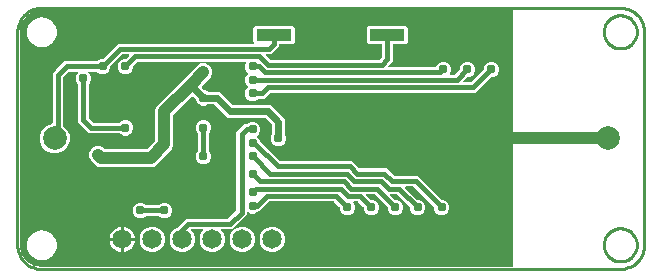
<source format=gbr>
G04 EAGLE Gerber RS-274X export*
G75*
%MOMM*%
%FSLAX34Y34*%
%LPD*%
%INBottom Copper*%
%IPPOS*%
%AMOC8*
5,1,8,0,0,1.08239X$1,22.5*%
G01*
%ADD10C,2.000000*%
%ADD11C,1.650000*%
%ADD12R,3.000000X1.000000*%
%ADD13C,0.787400*%
%ADD14C,0.381000*%
%ADD15C,0.965200*%
%ADD16C,1.016000*%
%ADD17C,0.558800*%
%ADD18C,0.254000*%

G36*
X419165Y1917D02*
X419165Y1917D01*
X419231Y1919D01*
X419274Y1937D01*
X419321Y1945D01*
X419378Y1979D01*
X419438Y2004D01*
X419473Y2035D01*
X419514Y2060D01*
X419556Y2111D01*
X419604Y2155D01*
X419626Y2197D01*
X419655Y2234D01*
X419676Y2296D01*
X419707Y2355D01*
X419715Y2409D01*
X419727Y2446D01*
X419726Y2486D01*
X419734Y2540D01*
X419734Y218440D01*
X419723Y218505D01*
X419721Y218571D01*
X419703Y218614D01*
X419695Y218661D01*
X419661Y218718D01*
X419636Y218778D01*
X419605Y218813D01*
X419580Y218854D01*
X419529Y218896D01*
X419485Y218944D01*
X419443Y218966D01*
X419406Y218995D01*
X419344Y219016D01*
X419285Y219047D01*
X419231Y219055D01*
X419194Y219067D01*
X419154Y219066D01*
X419100Y219074D01*
X20320Y219074D01*
X20298Y219070D01*
X20270Y219072D01*
X17489Y218853D01*
X17449Y218843D01*
X17391Y218838D01*
X14678Y218187D01*
X14640Y218170D01*
X14583Y218156D01*
X12005Y217088D01*
X11971Y217066D01*
X11917Y217043D01*
X9538Y215585D01*
X9507Y215558D01*
X9457Y215527D01*
X9419Y215494D01*
X8677Y214860D01*
X7336Y213715D01*
X7310Y213683D01*
X7265Y213644D01*
X5453Y211523D01*
X5433Y211487D01*
X5395Y211442D01*
X3937Y209063D01*
X3922Y209025D01*
X3892Y208975D01*
X2824Y206397D01*
X2815Y206357D01*
X2794Y206302D01*
X2142Y203589D01*
X2140Y203548D01*
X2127Y203491D01*
X1908Y200710D01*
X1910Y200688D01*
X1906Y200660D01*
X1906Y20320D01*
X1910Y20298D01*
X1908Y20270D01*
X2127Y17489D01*
X2137Y17449D01*
X2142Y17391D01*
X2794Y14678D01*
X2810Y14640D01*
X2824Y14583D01*
X3892Y12005D01*
X3914Y11971D01*
X3937Y11917D01*
X5395Y9538D01*
X5422Y9507D01*
X5453Y9457D01*
X7265Y7336D01*
X7297Y7310D01*
X7336Y7265D01*
X9457Y5453D01*
X9493Y5433D01*
X9538Y5395D01*
X11917Y3937D01*
X11955Y3922D01*
X12005Y3892D01*
X14583Y2824D01*
X14623Y2815D01*
X14678Y2794D01*
X17391Y2142D01*
X17432Y2140D01*
X17489Y2127D01*
X20270Y1908D01*
X20292Y1910D01*
X20320Y1906D01*
X419100Y1906D01*
X419165Y1917D01*
G37*
%LPC*%
G36*
X29255Y97949D02*
X29255Y97949D01*
X24646Y99859D01*
X21119Y103386D01*
X19209Y107995D01*
X19209Y112985D01*
X21119Y117594D01*
X24646Y121121D01*
X29284Y123043D01*
X29341Y123044D01*
X29384Y123062D01*
X29431Y123070D01*
X29488Y123104D01*
X29548Y123129D01*
X29583Y123160D01*
X29624Y123185D01*
X29666Y123236D01*
X29714Y123280D01*
X29736Y123322D01*
X29765Y123359D01*
X29786Y123421D01*
X29817Y123480D01*
X29825Y123534D01*
X29837Y123571D01*
X29837Y123587D01*
X29837Y123588D01*
X29837Y123613D01*
X29844Y123665D01*
X29844Y165672D01*
X32634Y168461D01*
X32634Y168462D01*
X37278Y173106D01*
X37279Y173106D01*
X40068Y175896D01*
X67412Y175896D01*
X67454Y175903D01*
X67496Y175901D01*
X67563Y175923D01*
X67633Y175935D01*
X67670Y175957D01*
X67710Y175970D01*
X67783Y176024D01*
X67826Y176050D01*
X67839Y176066D01*
X67861Y176082D01*
X68721Y176942D01*
X71101Y177928D01*
X72318Y177928D01*
X72360Y177935D01*
X72402Y177933D01*
X72469Y177955D01*
X72539Y177967D01*
X72575Y177989D01*
X72616Y178002D01*
X72688Y178056D01*
X72732Y178082D01*
X72745Y178098D01*
X72766Y178114D01*
X85280Y190628D01*
X199798Y190628D01*
X199886Y190643D01*
X199974Y190653D01*
X199995Y190663D01*
X200019Y190667D01*
X200095Y190713D01*
X200175Y190752D01*
X200192Y190769D01*
X200212Y190782D01*
X200268Y190851D01*
X200329Y190915D01*
X200338Y190937D01*
X200353Y190956D01*
X200382Y191040D01*
X200417Y191122D01*
X200418Y191146D01*
X200425Y191168D01*
X200423Y191257D01*
X200427Y191346D01*
X200419Y191369D01*
X200419Y191393D01*
X200385Y191475D01*
X200358Y191560D01*
X200342Y191581D01*
X200334Y191600D01*
X200300Y191638D01*
X200246Y191710D01*
X199889Y192068D01*
X199889Y204172D01*
X201378Y205661D01*
X233482Y205661D01*
X234971Y204172D01*
X234971Y192068D01*
X233482Y190579D01*
X222510Y190579D01*
X222445Y190568D01*
X222379Y190566D01*
X222336Y190548D01*
X222289Y190540D01*
X222232Y190506D01*
X222172Y190481D01*
X222137Y190450D01*
X222096Y190425D01*
X222054Y190374D01*
X222006Y190330D01*
X221984Y190288D01*
X221955Y190251D01*
X221934Y190189D01*
X221903Y190130D01*
X221895Y190076D01*
X221883Y190039D01*
X221884Y189999D01*
X221876Y189945D01*
X221876Y188918D01*
X214694Y181736D01*
X210982Y181736D01*
X210895Y181720D01*
X210806Y181711D01*
X210785Y181701D01*
X210762Y181697D01*
X210685Y181651D01*
X210605Y181612D01*
X210589Y181595D01*
X210568Y181582D01*
X210512Y181513D01*
X210451Y181449D01*
X210442Y181427D01*
X210427Y181408D01*
X210399Y181324D01*
X210364Y181242D01*
X210363Y181218D01*
X210355Y181196D01*
X210358Y181107D01*
X210354Y181018D01*
X210361Y180995D01*
X210362Y180971D01*
X210395Y180889D01*
X210422Y180804D01*
X210438Y180783D01*
X210446Y180764D01*
X210480Y180726D01*
X210534Y180654D01*
X213836Y177351D01*
X213871Y177327D01*
X213900Y177296D01*
X213962Y177264D01*
X214020Y177223D01*
X214061Y177213D01*
X214099Y177193D01*
X214189Y177180D01*
X214238Y177167D01*
X214258Y177170D01*
X214285Y177166D01*
X306506Y177166D01*
X306548Y177173D01*
X306590Y177171D01*
X306657Y177193D01*
X306727Y177205D01*
X306763Y177227D01*
X306804Y177240D01*
X306876Y177294D01*
X306920Y177320D01*
X306933Y177336D01*
X306954Y177352D01*
X308798Y179196D01*
X308823Y179231D01*
X308854Y179259D01*
X308886Y179322D01*
X308927Y179380D01*
X308937Y179421D01*
X308957Y179459D01*
X308970Y179548D01*
X308983Y179597D01*
X308980Y179618D01*
X308984Y179644D01*
X308984Y189945D01*
X308973Y190010D01*
X308971Y190076D01*
X308953Y190119D01*
X308945Y190166D01*
X308911Y190223D01*
X308886Y190283D01*
X308855Y190318D01*
X308830Y190359D01*
X308779Y190401D01*
X308735Y190449D01*
X308693Y190471D01*
X308656Y190500D01*
X308594Y190521D01*
X308535Y190552D01*
X308481Y190560D01*
X308444Y190572D01*
X308404Y190571D01*
X308350Y190579D01*
X297378Y190579D01*
X295889Y192068D01*
X295889Y204172D01*
X297378Y205661D01*
X329482Y205661D01*
X330971Y204172D01*
X330971Y192068D01*
X329482Y190579D01*
X318510Y190579D01*
X318445Y190568D01*
X318379Y190566D01*
X318336Y190548D01*
X318289Y190540D01*
X318232Y190506D01*
X318172Y190481D01*
X318137Y190450D01*
X318096Y190425D01*
X318054Y190374D01*
X318006Y190330D01*
X317984Y190288D01*
X317955Y190251D01*
X317934Y190189D01*
X317903Y190130D01*
X317895Y190076D01*
X317883Y190039D01*
X317884Y189999D01*
X317876Y189945D01*
X317876Y175698D01*
X314076Y171898D01*
X314025Y171825D01*
X313969Y171756D01*
X313961Y171734D01*
X313948Y171714D01*
X313925Y171628D01*
X313897Y171544D01*
X313898Y171520D01*
X313892Y171497D01*
X313901Y171408D01*
X313903Y171319D01*
X313912Y171297D01*
X313915Y171274D01*
X313954Y171194D01*
X313988Y171112D01*
X314004Y171094D01*
X314014Y171073D01*
X314079Y171012D01*
X314139Y170946D01*
X314160Y170935D01*
X314178Y170919D01*
X314259Y170884D01*
X314339Y170843D01*
X314365Y170840D01*
X314384Y170831D01*
X314435Y170829D01*
X314524Y170816D01*
X354034Y170816D01*
X354087Y170825D01*
X354142Y170825D01*
X354197Y170845D01*
X354255Y170855D01*
X354302Y170883D01*
X354353Y170901D01*
X354397Y170940D01*
X354448Y170970D01*
X354482Y171012D01*
X354524Y171047D01*
X354560Y171108D01*
X354590Y171144D01*
X354599Y171173D01*
X354620Y171207D01*
X355188Y172579D01*
X357011Y174402D01*
X359391Y175388D01*
X361969Y175388D01*
X364349Y174402D01*
X366172Y172579D01*
X367158Y170199D01*
X367158Y167621D01*
X366214Y165343D01*
X366197Y165267D01*
X366173Y165194D01*
X366174Y165158D01*
X366166Y165123D01*
X366177Y165047D01*
X366179Y164969D01*
X366192Y164937D01*
X366197Y164901D01*
X366234Y164833D01*
X366263Y164762D01*
X366287Y164735D01*
X366304Y164704D01*
X366363Y164653D01*
X366415Y164596D01*
X366446Y164580D01*
X366473Y164556D01*
X366545Y164529D01*
X366614Y164493D01*
X366654Y164487D01*
X366683Y164477D01*
X366729Y164476D01*
X366800Y164466D01*
X370006Y164466D01*
X370048Y164473D01*
X370090Y164471D01*
X370157Y164493D01*
X370227Y164505D01*
X370263Y164527D01*
X370304Y164540D01*
X370376Y164594D01*
X370420Y164620D01*
X370433Y164636D01*
X370454Y164652D01*
X374336Y168534D01*
X374361Y168569D01*
X374392Y168597D01*
X374424Y168660D01*
X374465Y168718D01*
X374475Y168759D01*
X374495Y168797D01*
X374508Y168886D01*
X374521Y168935D01*
X374518Y168956D01*
X374522Y168982D01*
X374522Y170199D01*
X375508Y172579D01*
X377331Y174402D01*
X379711Y175388D01*
X382289Y175388D01*
X384669Y174402D01*
X386492Y172579D01*
X387478Y170199D01*
X387478Y167621D01*
X386492Y165241D01*
X384669Y163418D01*
X382289Y162432D01*
X381072Y162432D01*
X381030Y162425D01*
X380988Y162427D01*
X380921Y162405D01*
X380851Y162393D01*
X380815Y162371D01*
X380774Y162358D01*
X380702Y162304D01*
X380658Y162278D01*
X380645Y162262D01*
X380624Y162247D01*
X377576Y159198D01*
X377525Y159125D01*
X377469Y159056D01*
X377461Y159034D01*
X377448Y159014D01*
X377425Y158928D01*
X377397Y158844D01*
X377398Y158820D01*
X377392Y158797D01*
X377401Y158708D01*
X377403Y158619D01*
X377412Y158597D01*
X377415Y158574D01*
X377454Y158494D01*
X377488Y158412D01*
X377504Y158394D01*
X377514Y158373D01*
X377579Y158312D01*
X377639Y158246D01*
X377660Y158235D01*
X377678Y158219D01*
X377759Y158184D01*
X377839Y158143D01*
X377865Y158140D01*
X377884Y158131D01*
X377935Y158129D01*
X378024Y158116D01*
X383976Y158116D01*
X384018Y158123D01*
X384060Y158121D01*
X384127Y158143D01*
X384197Y158155D01*
X384233Y158177D01*
X384274Y158190D01*
X384346Y158244D01*
X384390Y158270D01*
X384403Y158286D01*
X384424Y158302D01*
X394656Y168534D01*
X394681Y168568D01*
X394712Y168597D01*
X394744Y168660D01*
X394785Y168718D01*
X394795Y168759D01*
X394815Y168797D01*
X394828Y168886D01*
X394841Y168935D01*
X394838Y168956D01*
X394842Y168982D01*
X394842Y170199D01*
X395828Y172579D01*
X397651Y174402D01*
X400031Y175388D01*
X402609Y175388D01*
X404989Y174402D01*
X406812Y172579D01*
X407798Y170199D01*
X407798Y167621D01*
X406812Y165241D01*
X404989Y163418D01*
X402609Y162432D01*
X401392Y162432D01*
X401350Y162425D01*
X401308Y162427D01*
X401241Y162405D01*
X401171Y162393D01*
X401135Y162371D01*
X401094Y162358D01*
X401022Y162304D01*
X400978Y162278D01*
X400965Y162262D01*
X400944Y162246D01*
X390712Y152014D01*
X387922Y149224D01*
X214194Y149224D01*
X214152Y149217D01*
X214110Y149219D01*
X214043Y149197D01*
X213973Y149185D01*
X213937Y149163D01*
X213896Y149150D01*
X213824Y149096D01*
X213780Y149070D01*
X213767Y149054D01*
X213746Y149038D01*
X208852Y144144D01*
X204368Y144144D01*
X204326Y144137D01*
X204284Y144139D01*
X204217Y144117D01*
X204147Y144105D01*
X204111Y144083D01*
X204070Y144070D01*
X203997Y144016D01*
X203954Y143990D01*
X203941Y143974D01*
X203919Y143958D01*
X203059Y143098D01*
X200679Y142112D01*
X198101Y142112D01*
X195721Y143098D01*
X193898Y144921D01*
X192912Y147301D01*
X192912Y149879D01*
X193898Y152259D01*
X195496Y153857D01*
X195533Y153911D01*
X195578Y153958D01*
X195597Y154002D01*
X195624Y154041D01*
X195640Y154104D01*
X195666Y154165D01*
X195668Y154212D01*
X195680Y154258D01*
X195673Y154323D01*
X195676Y154389D01*
X195661Y154434D01*
X195656Y154481D01*
X195627Y154540D01*
X195607Y154603D01*
X195574Y154647D01*
X195557Y154682D01*
X195528Y154709D01*
X195496Y154754D01*
X193898Y156351D01*
X192912Y158731D01*
X192912Y161309D01*
X193898Y163689D01*
X195496Y165286D01*
X195533Y165341D01*
X195578Y165388D01*
X195597Y165432D01*
X195624Y165471D01*
X195640Y165534D01*
X195666Y165595D01*
X195668Y165642D01*
X195680Y165688D01*
X195673Y165753D01*
X195676Y165819D01*
X195661Y165864D01*
X195656Y165911D01*
X195627Y165970D01*
X195607Y166033D01*
X195574Y166077D01*
X195557Y166112D01*
X195528Y166139D01*
X195496Y166183D01*
X193898Y167781D01*
X192912Y170161D01*
X192912Y172739D01*
X193646Y174509D01*
X193662Y174585D01*
X193687Y174658D01*
X193686Y174694D01*
X193694Y174728D01*
X193683Y174805D01*
X193680Y174883D01*
X193667Y174915D01*
X193662Y174951D01*
X193625Y175019D01*
X193596Y175090D01*
X193572Y175117D01*
X193555Y175148D01*
X193497Y175199D01*
X193445Y175256D01*
X193413Y175272D01*
X193386Y175296D01*
X193314Y175323D01*
X193245Y175359D01*
X193205Y175365D01*
X193177Y175375D01*
X193130Y175376D01*
X193060Y175386D01*
X101926Y175386D01*
X101884Y175379D01*
X101842Y175381D01*
X101775Y175359D01*
X101705Y175347D01*
X101669Y175325D01*
X101628Y175312D01*
X101556Y175258D01*
X101512Y175232D01*
X101499Y175216D01*
X101478Y175200D01*
X98104Y171826D01*
X98079Y171791D01*
X98048Y171763D01*
X98016Y171700D01*
X97975Y171642D01*
X97965Y171601D01*
X97945Y171563D01*
X97932Y171473D01*
X97919Y171425D01*
X97922Y171404D01*
X97918Y171378D01*
X97918Y170161D01*
X96932Y167781D01*
X95109Y165958D01*
X92729Y164972D01*
X90151Y164972D01*
X87771Y165958D01*
X85948Y167781D01*
X84962Y170161D01*
X84962Y172739D01*
X85948Y175119D01*
X87771Y176942D01*
X90151Y177928D01*
X91368Y177928D01*
X91410Y177935D01*
X91452Y177933D01*
X91519Y177955D01*
X91589Y177967D01*
X91625Y177989D01*
X91666Y178002D01*
X91738Y178056D01*
X91782Y178082D01*
X91795Y178098D01*
X91816Y178113D01*
X94356Y180654D01*
X94407Y180727D01*
X94463Y180796D01*
X94471Y180818D01*
X94484Y180838D01*
X94507Y180924D01*
X94535Y181008D01*
X94534Y181032D01*
X94540Y181055D01*
X94531Y181144D01*
X94529Y181233D01*
X94520Y181255D01*
X94517Y181278D01*
X94478Y181358D01*
X94444Y181440D01*
X94428Y181458D01*
X94418Y181479D01*
X94353Y181540D01*
X94293Y181606D01*
X94272Y181617D01*
X94254Y181633D01*
X94173Y181668D01*
X94093Y181709D01*
X94067Y181712D01*
X94048Y181721D01*
X93997Y181723D01*
X93908Y181736D01*
X89226Y181736D01*
X89184Y181729D01*
X89142Y181731D01*
X89075Y181709D01*
X89005Y181697D01*
X88969Y181675D01*
X88928Y181662D01*
X88856Y181608D01*
X88812Y181582D01*
X88799Y181566D01*
X88778Y181550D01*
X79054Y171826D01*
X79029Y171791D01*
X78998Y171763D01*
X78966Y171700D01*
X78925Y171642D01*
X78915Y171601D01*
X78895Y171563D01*
X78882Y171473D01*
X78869Y171425D01*
X78872Y171404D01*
X78868Y171378D01*
X78868Y170161D01*
X77882Y167781D01*
X76059Y165958D01*
X73679Y164972D01*
X71101Y164972D01*
X68721Y165958D01*
X67861Y166818D01*
X67826Y166843D01*
X67797Y166874D01*
X67734Y166906D01*
X67676Y166947D01*
X67635Y166957D01*
X67598Y166977D01*
X67508Y166990D01*
X67459Y167003D01*
X67438Y167000D01*
X67412Y167004D01*
X60858Y167004D01*
X60770Y166989D01*
X60682Y166979D01*
X60660Y166969D01*
X60637Y166965D01*
X60560Y166919D01*
X60481Y166880D01*
X60464Y166863D01*
X60444Y166850D01*
X60388Y166781D01*
X60327Y166717D01*
X60317Y166695D01*
X60302Y166676D01*
X60274Y166592D01*
X60239Y166510D01*
X60238Y166486D01*
X60231Y166464D01*
X60233Y166375D01*
X60229Y166286D01*
X60236Y166263D01*
X60237Y166239D01*
X60271Y166157D01*
X60298Y166072D01*
X60314Y166051D01*
X60321Y166032D01*
X60355Y165994D01*
X60409Y165922D01*
X61372Y164959D01*
X62358Y162579D01*
X62358Y160001D01*
X61372Y157621D01*
X60512Y156761D01*
X60487Y156726D01*
X60456Y156697D01*
X60424Y156634D01*
X60383Y156576D01*
X60373Y156535D01*
X60353Y156497D01*
X60340Y156408D01*
X60327Y156359D01*
X60330Y156338D01*
X60326Y156312D01*
X60326Y127834D01*
X60333Y127792D01*
X60331Y127750D01*
X60353Y127683D01*
X60365Y127613D01*
X60387Y127577D01*
X60400Y127536D01*
X60454Y127464D01*
X60480Y127420D01*
X60496Y127407D01*
X60512Y127386D01*
X63886Y124012D01*
X63921Y123987D01*
X63949Y123956D01*
X64012Y123924D01*
X64070Y123883D01*
X64111Y123873D01*
X64149Y123853D01*
X64238Y123840D01*
X64287Y123827D01*
X64308Y123830D01*
X64334Y123826D01*
X86462Y123826D01*
X86504Y123833D01*
X86546Y123831D01*
X86613Y123853D01*
X86683Y123865D01*
X86719Y123887D01*
X86760Y123900D01*
X86833Y123954D01*
X86876Y123980D01*
X86889Y123996D01*
X86911Y124012D01*
X87771Y124872D01*
X90151Y125858D01*
X92729Y125858D01*
X95109Y124872D01*
X96932Y123049D01*
X97918Y120669D01*
X97918Y118091D01*
X96932Y115711D01*
X95109Y113888D01*
X92729Y112902D01*
X90151Y112902D01*
X87771Y113888D01*
X86911Y114748D01*
X86876Y114773D01*
X86847Y114804D01*
X86784Y114836D01*
X86726Y114877D01*
X86685Y114887D01*
X86647Y114907D01*
X86558Y114920D01*
X86509Y114933D01*
X86488Y114930D01*
X86462Y114934D01*
X60388Y114934D01*
X51434Y123888D01*
X51434Y156312D01*
X51427Y156354D01*
X51429Y156396D01*
X51407Y156463D01*
X51395Y156533D01*
X51373Y156569D01*
X51360Y156610D01*
X51306Y156683D01*
X51280Y156726D01*
X51264Y156739D01*
X51248Y156761D01*
X50388Y157621D01*
X49402Y160001D01*
X49402Y162579D01*
X50388Y164959D01*
X51351Y165922D01*
X51402Y165995D01*
X51458Y166064D01*
X51465Y166086D01*
X51479Y166106D01*
X51501Y166192D01*
X51529Y166276D01*
X51529Y166300D01*
X51535Y166323D01*
X51525Y166412D01*
X51523Y166501D01*
X51514Y166523D01*
X51511Y166546D01*
X51472Y166626D01*
X51439Y166708D01*
X51423Y166726D01*
X51412Y166747D01*
X51347Y166808D01*
X51287Y166874D01*
X51266Y166885D01*
X51249Y166901D01*
X51167Y166936D01*
X51088Y166977D01*
X51061Y166980D01*
X51042Y166989D01*
X50992Y166991D01*
X50902Y167004D01*
X44014Y167004D01*
X43972Y166997D01*
X43930Y166999D01*
X43863Y166977D01*
X43793Y166965D01*
X43757Y166943D01*
X43716Y166930D01*
X43644Y166876D01*
X43600Y166850D01*
X43587Y166834D01*
X43566Y166818D01*
X38922Y162174D01*
X38897Y162140D01*
X38866Y162111D01*
X38841Y162062D01*
X38826Y162043D01*
X38821Y162030D01*
X38793Y161990D01*
X38783Y161949D01*
X38763Y161911D01*
X38750Y161822D01*
X38737Y161773D01*
X38740Y161752D01*
X38736Y161726D01*
X38736Y121502D01*
X38743Y121460D01*
X38741Y121418D01*
X38763Y121351D01*
X38775Y121281D01*
X38797Y121245D01*
X38810Y121204D01*
X38864Y121132D01*
X38890Y121088D01*
X38906Y121075D01*
X38922Y121054D01*
X42382Y117594D01*
X44291Y112985D01*
X44291Y107995D01*
X42381Y103386D01*
X38854Y99859D01*
X34245Y97949D01*
X29255Y97949D01*
G37*
%LPD*%
%LPC*%
G36*
X137554Y14101D02*
X137554Y14101D01*
X133587Y15744D01*
X130552Y18779D01*
X128909Y22746D01*
X128909Y27038D01*
X130552Y31005D01*
X133587Y34040D01*
X134914Y34589D01*
X134940Y34606D01*
X134969Y34615D01*
X135064Y34686D01*
X135103Y34710D01*
X135109Y34719D01*
X135120Y34727D01*
X142938Y42546D01*
X178236Y42546D01*
X178278Y42553D01*
X178320Y42551D01*
X178387Y42573D01*
X178457Y42585D01*
X178493Y42607D01*
X178534Y42620D01*
X178606Y42674D01*
X178650Y42700D01*
X178663Y42716D01*
X178684Y42732D01*
X185261Y49309D01*
X185286Y49344D01*
X185317Y49372D01*
X185349Y49435D01*
X185390Y49493D01*
X185400Y49534D01*
X185420Y49572D01*
X185433Y49661D01*
X185446Y49710D01*
X185443Y49731D01*
X185447Y49757D01*
X185447Y115739D01*
X188237Y118529D01*
X189474Y119766D01*
X192264Y122556D01*
X194412Y122556D01*
X194454Y122563D01*
X194496Y122561D01*
X194563Y122583D01*
X194633Y122595D01*
X194669Y122617D01*
X194710Y122630D01*
X194783Y122684D01*
X194826Y122710D01*
X194839Y122726D01*
X194861Y122742D01*
X195721Y123602D01*
X198101Y124588D01*
X200679Y124588D01*
X203059Y123602D01*
X204882Y121779D01*
X205868Y119399D01*
X205868Y116821D01*
X204882Y114441D01*
X203284Y112843D01*
X203247Y112789D01*
X203202Y112742D01*
X203183Y112698D01*
X203156Y112659D01*
X203140Y112596D01*
X203114Y112535D01*
X203112Y112488D01*
X203100Y112442D01*
X203107Y112377D01*
X203104Y112311D01*
X203119Y112266D01*
X203124Y112219D01*
X203153Y112160D01*
X203173Y112097D01*
X203206Y112053D01*
X203223Y112018D01*
X203252Y111991D01*
X203284Y111946D01*
X204882Y110349D01*
X205874Y107953D01*
X205873Y107938D01*
X205895Y107871D01*
X205907Y107801D01*
X205929Y107765D01*
X205942Y107724D01*
X205996Y107652D01*
X206022Y107608D01*
X206038Y107595D01*
X206054Y107574D01*
X222029Y91599D01*
X222064Y91574D01*
X222092Y91543D01*
X222155Y91511D01*
X222213Y91470D01*
X222254Y91460D01*
X222292Y91440D01*
X222381Y91427D01*
X222430Y91414D01*
X222451Y91417D01*
X222477Y91413D01*
X283536Y91413D01*
X289700Y85249D01*
X289735Y85224D01*
X289763Y85193D01*
X289826Y85161D01*
X289884Y85120D01*
X289925Y85110D01*
X289963Y85090D01*
X290053Y85077D01*
X290101Y85064D01*
X290122Y85067D01*
X290148Y85063D01*
X312655Y85063D01*
X318820Y78899D01*
X318854Y78874D01*
X318883Y78843D01*
X318946Y78811D01*
X319004Y78770D01*
X319045Y78760D01*
X319083Y78740D01*
X319172Y78727D01*
X319221Y78714D01*
X319242Y78717D01*
X319268Y78713D01*
X339055Y78713D01*
X359034Y58734D01*
X359068Y58709D01*
X359097Y58678D01*
X359160Y58646D01*
X359218Y58605D01*
X359259Y58595D01*
X359297Y58575D01*
X359386Y58562D01*
X359435Y58549D01*
X359456Y58552D01*
X359482Y58548D01*
X360699Y58548D01*
X363079Y57562D01*
X364902Y55739D01*
X365888Y53359D01*
X365888Y50781D01*
X364902Y48401D01*
X363079Y46578D01*
X360699Y45592D01*
X358121Y45592D01*
X355741Y46578D01*
X353918Y48401D01*
X352932Y50781D01*
X352932Y51998D01*
X352925Y52040D01*
X352927Y52082D01*
X352905Y52149D01*
X352893Y52219D01*
X352871Y52255D01*
X352858Y52296D01*
X352824Y52341D01*
X352821Y52350D01*
X352806Y52367D01*
X352804Y52368D01*
X352778Y52412D01*
X352762Y52425D01*
X352746Y52446D01*
X335557Y69635D01*
X335522Y69660D01*
X335494Y69691D01*
X335431Y69723D01*
X335373Y69764D01*
X335332Y69774D01*
X335294Y69794D01*
X335205Y69807D01*
X335156Y69820D01*
X335135Y69817D01*
X335109Y69821D01*
X329157Y69821D01*
X329069Y69805D01*
X328981Y69796D01*
X328960Y69786D01*
X328936Y69782D01*
X328860Y69736D01*
X328780Y69697D01*
X328764Y69680D01*
X328743Y69667D01*
X328687Y69598D01*
X328626Y69534D01*
X328617Y69512D01*
X328602Y69493D01*
X328573Y69409D01*
X328539Y69327D01*
X328537Y69303D01*
X328530Y69281D01*
X328532Y69192D01*
X328529Y69103D01*
X328536Y69080D01*
X328536Y69056D01*
X328570Y68974D01*
X328597Y68889D01*
X328613Y68868D01*
X328621Y68849D01*
X328655Y68811D01*
X328709Y68739D01*
X338714Y58734D01*
X338749Y58709D01*
X338777Y58678D01*
X338840Y58646D01*
X338898Y58605D01*
X338939Y58595D01*
X338977Y58575D01*
X339066Y58562D01*
X339115Y58549D01*
X339136Y58552D01*
X339162Y58548D01*
X340379Y58548D01*
X342759Y57562D01*
X344582Y55739D01*
X345568Y53359D01*
X345568Y50781D01*
X344582Y48401D01*
X342759Y46578D01*
X340379Y45592D01*
X337801Y45592D01*
X335421Y46578D01*
X333598Y48401D01*
X332612Y50781D01*
X332612Y51998D01*
X332605Y52040D01*
X332607Y52082D01*
X332585Y52149D01*
X332573Y52219D01*
X332551Y52255D01*
X332538Y52296D01*
X332504Y52341D01*
X332501Y52350D01*
X332485Y52367D01*
X332484Y52368D01*
X332458Y52412D01*
X332442Y52425D01*
X332426Y52446D01*
X321587Y63285D01*
X321552Y63310D01*
X321524Y63341D01*
X321461Y63373D01*
X321403Y63414D01*
X321362Y63424D01*
X321324Y63444D01*
X321235Y63457D01*
X321186Y63470D01*
X321165Y63467D01*
X321139Y63471D01*
X316457Y63471D01*
X316369Y63455D01*
X316281Y63446D01*
X316260Y63436D01*
X316236Y63432D01*
X316160Y63386D01*
X316080Y63347D01*
X316064Y63330D01*
X316043Y63317D01*
X315987Y63248D01*
X315926Y63184D01*
X315917Y63162D01*
X315902Y63143D01*
X315873Y63059D01*
X315839Y62977D01*
X315837Y62953D01*
X315830Y62931D01*
X315832Y62842D01*
X315829Y62753D01*
X315836Y62730D01*
X315836Y62706D01*
X315870Y62624D01*
X315897Y62539D01*
X315913Y62518D01*
X315921Y62499D01*
X315955Y62461D01*
X316009Y62389D01*
X319664Y58733D01*
X319699Y58709D01*
X319727Y58678D01*
X319790Y58646D01*
X319848Y58605D01*
X319889Y58595D01*
X319927Y58575D01*
X320016Y58562D01*
X320065Y58549D01*
X320086Y58552D01*
X320112Y58548D01*
X321329Y58548D01*
X323709Y57562D01*
X325532Y55739D01*
X326518Y53359D01*
X326518Y50781D01*
X325532Y48401D01*
X323709Y46578D01*
X321329Y45592D01*
X318751Y45592D01*
X316371Y46578D01*
X314548Y48401D01*
X313562Y50781D01*
X313562Y51998D01*
X313555Y52040D01*
X313557Y52082D01*
X313535Y52149D01*
X313523Y52219D01*
X313501Y52255D01*
X313488Y52296D01*
X313454Y52341D01*
X313451Y52350D01*
X313435Y52367D01*
X313434Y52368D01*
X313408Y52412D01*
X313392Y52425D01*
X313376Y52446D01*
X302537Y63285D01*
X302503Y63310D01*
X302474Y63341D01*
X302411Y63373D01*
X302353Y63414D01*
X302312Y63424D01*
X302274Y63444D01*
X302185Y63457D01*
X302136Y63470D01*
X302115Y63467D01*
X302089Y63471D01*
X296137Y63471D01*
X296049Y63455D01*
X295961Y63446D01*
X295940Y63436D01*
X295916Y63432D01*
X295840Y63386D01*
X295760Y63347D01*
X295744Y63330D01*
X295723Y63317D01*
X295667Y63248D01*
X295606Y63184D01*
X295597Y63162D01*
X295582Y63143D01*
X295553Y63059D01*
X295519Y62977D01*
X295517Y62953D01*
X295510Y62931D01*
X295512Y62842D01*
X295509Y62753D01*
X295516Y62730D01*
X295516Y62706D01*
X295550Y62624D01*
X295577Y62539D01*
X295593Y62518D01*
X295601Y62499D01*
X295635Y62461D01*
X295689Y62389D01*
X299344Y58733D01*
X299379Y58709D01*
X299407Y58678D01*
X299470Y58646D01*
X299528Y58605D01*
X299569Y58595D01*
X299607Y58575D01*
X299696Y58562D01*
X299745Y58549D01*
X299766Y58552D01*
X299792Y58548D01*
X301009Y58548D01*
X303389Y57562D01*
X305212Y55739D01*
X306198Y53359D01*
X306198Y50781D01*
X305212Y48401D01*
X303389Y46578D01*
X301009Y45592D01*
X298431Y45592D01*
X296051Y46578D01*
X294228Y48401D01*
X293242Y50781D01*
X293242Y51998D01*
X293235Y52040D01*
X293237Y52082D01*
X293215Y52149D01*
X293203Y52219D01*
X293181Y52255D01*
X293168Y52296D01*
X293134Y52341D01*
X293131Y52350D01*
X293115Y52367D01*
X293114Y52368D01*
X293088Y52412D01*
X293072Y52425D01*
X293056Y52446D01*
X288567Y56935D01*
X288541Y56954D01*
X288540Y56955D01*
X288537Y56957D01*
X288532Y56960D01*
X288504Y56991D01*
X288441Y57023D01*
X288383Y57064D01*
X288342Y57074D01*
X288304Y57094D01*
X288215Y57107D01*
X288166Y57120D01*
X288145Y57117D01*
X288119Y57121D01*
X285041Y57121D01*
X284953Y57106D01*
X284865Y57096D01*
X284843Y57086D01*
X284820Y57082D01*
X284743Y57036D01*
X284664Y56997D01*
X284647Y56980D01*
X284627Y56967D01*
X284571Y56898D01*
X284510Y56834D01*
X284500Y56812D01*
X284485Y56793D01*
X284457Y56709D01*
X284422Y56627D01*
X284421Y56603D01*
X284414Y56581D01*
X284416Y56492D01*
X284412Y56403D01*
X284419Y56380D01*
X284420Y56356D01*
X284454Y56274D01*
X284481Y56189D01*
X284497Y56168D01*
X284504Y56149D01*
X284538Y56111D01*
X284592Y56039D01*
X284892Y55739D01*
X285878Y53359D01*
X285878Y50781D01*
X284892Y48401D01*
X283069Y46578D01*
X280689Y45592D01*
X278111Y45592D01*
X275731Y46578D01*
X273908Y48401D01*
X272922Y50781D01*
X272922Y51998D01*
X272915Y52040D01*
X272917Y52082D01*
X272895Y52149D01*
X272883Y52219D01*
X272861Y52255D01*
X272848Y52296D01*
X272814Y52341D01*
X272811Y52350D01*
X272795Y52367D01*
X272794Y52368D01*
X272768Y52412D01*
X272752Y52425D01*
X272736Y52446D01*
X268247Y56935D01*
X268221Y56954D01*
X268220Y56955D01*
X268217Y56957D01*
X268212Y56960D01*
X268184Y56991D01*
X268121Y57023D01*
X268063Y57064D01*
X268022Y57074D01*
X267984Y57094D01*
X267895Y57107D01*
X267846Y57120D01*
X267825Y57117D01*
X267799Y57121D01*
X213531Y57121D01*
X213489Y57114D01*
X213447Y57116D01*
X213380Y57094D01*
X213310Y57082D01*
X213274Y57060D01*
X213233Y57047D01*
X213161Y56993D01*
X213117Y56967D01*
X213104Y56951D01*
X213083Y56935D01*
X205042Y48894D01*
X204368Y48894D01*
X204326Y48887D01*
X204284Y48889D01*
X204217Y48867D01*
X204147Y48855D01*
X204111Y48833D01*
X204070Y48820D01*
X203997Y48766D01*
X203954Y48740D01*
X203941Y48724D01*
X203919Y48708D01*
X203059Y47848D01*
X200679Y46862D01*
X198101Y46862D01*
X195721Y47848D01*
X195421Y48148D01*
X195348Y48199D01*
X195279Y48255D01*
X195257Y48262D01*
X195237Y48276D01*
X195151Y48298D01*
X195067Y48326D01*
X195043Y48326D01*
X195020Y48332D01*
X194931Y48322D01*
X194842Y48320D01*
X194821Y48311D01*
X194797Y48308D01*
X194717Y48269D01*
X194635Y48236D01*
X194617Y48220D01*
X194596Y48209D01*
X194535Y48144D01*
X194469Y48084D01*
X194458Y48063D01*
X194442Y48046D01*
X194407Y47964D01*
X194366Y47885D01*
X194363Y47858D01*
X194354Y47839D01*
X194352Y47789D01*
X194339Y47699D01*
X194339Y45811D01*
X182182Y33654D01*
X173129Y33654D01*
X173042Y33638D01*
X172953Y33629D01*
X172932Y33619D01*
X172908Y33615D01*
X172832Y33569D01*
X172752Y33530D01*
X172736Y33513D01*
X172715Y33500D01*
X172659Y33431D01*
X172598Y33367D01*
X172589Y33345D01*
X172574Y33326D01*
X172545Y33242D01*
X172511Y33160D01*
X172510Y33136D01*
X172502Y33114D01*
X172505Y33025D01*
X172501Y32936D01*
X172508Y32913D01*
X172509Y32889D01*
X172542Y32807D01*
X172569Y32722D01*
X172585Y32701D01*
X172593Y32682D01*
X172627Y32644D01*
X172681Y32572D01*
X174248Y31004D01*
X175891Y27038D01*
X175891Y22746D01*
X174248Y18779D01*
X171213Y15744D01*
X167246Y14101D01*
X162954Y14101D01*
X158987Y15744D01*
X155952Y18779D01*
X154309Y22746D01*
X154309Y27038D01*
X155952Y31004D01*
X157519Y32572D01*
X157570Y32645D01*
X157626Y32714D01*
X157634Y32736D01*
X157647Y32756D01*
X157669Y32842D01*
X157698Y32926D01*
X157697Y32950D01*
X157703Y32973D01*
X157694Y33062D01*
X157691Y33151D01*
X157682Y33173D01*
X157680Y33196D01*
X157640Y33276D01*
X157607Y33358D01*
X157591Y33376D01*
X157581Y33397D01*
X157516Y33458D01*
X157456Y33524D01*
X157434Y33535D01*
X157417Y33551D01*
X157335Y33586D01*
X157256Y33627D01*
X157230Y33630D01*
X157211Y33639D01*
X157160Y33641D01*
X157071Y33654D01*
X147729Y33654D01*
X147642Y33638D01*
X147553Y33629D01*
X147532Y33619D01*
X147508Y33615D01*
X147432Y33569D01*
X147352Y33530D01*
X147336Y33513D01*
X147315Y33500D01*
X147259Y33431D01*
X147198Y33367D01*
X147189Y33345D01*
X147174Y33326D01*
X147145Y33242D01*
X147111Y33160D01*
X147110Y33136D01*
X147102Y33114D01*
X147105Y33025D01*
X147101Y32936D01*
X147108Y32913D01*
X147109Y32889D01*
X147142Y32807D01*
X147169Y32722D01*
X147185Y32701D01*
X147193Y32682D01*
X147227Y32644D01*
X147281Y32572D01*
X148848Y31004D01*
X150491Y27038D01*
X150491Y22746D01*
X148848Y18779D01*
X145813Y15744D01*
X141846Y14101D01*
X137554Y14101D01*
G37*
%LPD*%
%LPC*%
G36*
X69604Y86359D02*
X69604Y86359D01*
X66803Y87519D01*
X62119Y92203D01*
X60959Y95004D01*
X60959Y98036D01*
X62119Y100837D01*
X64263Y102981D01*
X67064Y104141D01*
X70096Y104141D01*
X72897Y102981D01*
X74091Y101787D01*
X74126Y101762D01*
X74154Y101731D01*
X74217Y101699D01*
X74275Y101658D01*
X74316Y101648D01*
X74354Y101628D01*
X74444Y101615D01*
X74492Y101602D01*
X74513Y101605D01*
X74539Y101601D01*
X109611Y101601D01*
X109652Y101608D01*
X109695Y101606D01*
X109762Y101628D01*
X109832Y101640D01*
X109868Y101662D01*
X109908Y101675D01*
X109981Y101729D01*
X110025Y101755D01*
X110038Y101771D01*
X110059Y101787D01*
X116653Y108381D01*
X116678Y108416D01*
X116709Y108444D01*
X116741Y108507D01*
X116782Y108565D01*
X116792Y108606D01*
X116812Y108644D01*
X116825Y108734D01*
X116838Y108782D01*
X116835Y108803D01*
X116839Y108829D01*
X116839Y134866D01*
X117999Y137667D01*
X120232Y139900D01*
X140135Y159803D01*
X153163Y172831D01*
X155964Y173991D01*
X158996Y173991D01*
X161797Y172831D01*
X163941Y170687D01*
X165101Y167886D01*
X165101Y164854D01*
X163941Y162053D01*
X156294Y154407D01*
X156257Y154353D01*
X156212Y154305D01*
X156193Y154262D01*
X156166Y154223D01*
X156150Y154159D01*
X156124Y154098D01*
X156122Y154051D01*
X156110Y154006D01*
X156117Y153940D01*
X156114Y153874D01*
X156129Y153829D01*
X156134Y153782D01*
X156163Y153723D01*
X156183Y153661D01*
X156216Y153617D01*
X156233Y153581D01*
X156262Y153554D01*
X156294Y153510D01*
X158361Y151443D01*
X158396Y151419D01*
X158424Y151388D01*
X158487Y151356D01*
X158545Y151315D01*
X158586Y151305D01*
X158624Y151285D01*
X158714Y151272D01*
X158762Y151259D01*
X158764Y151260D01*
X161166Y150265D01*
X161184Y150245D01*
X161247Y150213D01*
X161305Y150172D01*
X161346Y150162D01*
X161384Y150142D01*
X161473Y150129D01*
X161522Y150116D01*
X161543Y150119D01*
X161569Y150115D01*
X171120Y150115D01*
X182364Y138871D01*
X182399Y138846D01*
X182427Y138815D01*
X182490Y138783D01*
X182548Y138742D01*
X182589Y138732D01*
X182627Y138712D01*
X182717Y138699D01*
X182765Y138686D01*
X182786Y138689D01*
X182812Y138685D01*
X214300Y138685D01*
X226315Y126670D01*
X226315Y114579D01*
X226322Y114537D01*
X226320Y114494D01*
X226342Y114427D01*
X226354Y114358D01*
X226376Y114321D01*
X226389Y114281D01*
X226443Y114208D01*
X226469Y114165D01*
X226470Y114164D01*
X227458Y111779D01*
X227458Y109201D01*
X226472Y106821D01*
X224649Y104998D01*
X222269Y104012D01*
X219691Y104012D01*
X217311Y104998D01*
X215488Y106821D01*
X214502Y109201D01*
X214502Y111779D01*
X215495Y114176D01*
X215515Y114194D01*
X215547Y114257D01*
X215588Y114314D01*
X215598Y114356D01*
X215618Y114393D01*
X215631Y114483D01*
X215644Y114532D01*
X215641Y114553D01*
X215645Y114579D01*
X215645Y121988D01*
X215638Y122029D01*
X215640Y122072D01*
X215618Y122139D01*
X215606Y122208D01*
X215584Y122245D01*
X215571Y122285D01*
X215517Y122358D01*
X215491Y122402D01*
X215475Y122415D01*
X215459Y122436D01*
X210066Y127829D01*
X210031Y127854D01*
X210003Y127885D01*
X209940Y127917D01*
X209882Y127958D01*
X209841Y127968D01*
X209803Y127988D01*
X209713Y128001D01*
X209665Y128014D01*
X209644Y128011D01*
X209618Y128015D01*
X178130Y128015D01*
X166886Y139259D01*
X166851Y139284D01*
X166823Y139315D01*
X166760Y139347D01*
X166702Y139388D01*
X166661Y139398D01*
X166623Y139418D01*
X166533Y139431D01*
X166485Y139444D01*
X166464Y139441D01*
X166438Y139445D01*
X161569Y139445D01*
X161527Y139438D01*
X161485Y139440D01*
X161418Y139418D01*
X161348Y139406D01*
X161312Y139384D01*
X161271Y139371D01*
X161198Y139317D01*
X161155Y139291D01*
X161154Y139290D01*
X158769Y138302D01*
X156191Y138302D01*
X153811Y139288D01*
X151988Y141111D01*
X150995Y143508D01*
X150997Y143535D01*
X150975Y143602D01*
X150963Y143671D01*
X150941Y143708D01*
X150928Y143748D01*
X150874Y143821D01*
X150848Y143865D01*
X150832Y143878D01*
X150816Y143899D01*
X148750Y145966D01*
X148696Y146003D01*
X148648Y146048D01*
X148604Y146067D01*
X148566Y146094D01*
X148502Y146110D01*
X148441Y146136D01*
X148394Y146138D01*
X148348Y146150D01*
X148283Y146143D01*
X148217Y146146D01*
X148172Y146131D01*
X148125Y146126D01*
X148066Y146097D01*
X148004Y146077D01*
X147959Y146044D01*
X147924Y146027D01*
X147897Y145998D01*
X147853Y145966D01*
X132267Y130379D01*
X132242Y130344D01*
X132211Y130316D01*
X132179Y130253D01*
X132138Y130195D01*
X132128Y130154D01*
X132108Y130116D01*
X132095Y130026D01*
X132082Y129978D01*
X132085Y129957D01*
X132081Y129931D01*
X132081Y103894D01*
X130921Y101093D01*
X128688Y98860D01*
X119580Y89752D01*
X117347Y87519D01*
X114546Y86359D01*
X69604Y86359D01*
G37*
%LPD*%
%LPC*%
G36*
X17541Y186689D02*
X17541Y186689D01*
X12406Y188816D01*
X8476Y192746D01*
X6349Y197881D01*
X6349Y203439D01*
X8476Y208574D01*
X12406Y212504D01*
X17541Y214631D01*
X23099Y214631D01*
X28234Y212504D01*
X32164Y208574D01*
X34291Y203439D01*
X34291Y197881D01*
X32164Y192746D01*
X28234Y188816D01*
X23099Y186689D01*
X17541Y186689D01*
G37*
%LPD*%
%LPC*%
G36*
X17541Y6349D02*
X17541Y6349D01*
X12406Y8476D01*
X8476Y12406D01*
X6349Y17541D01*
X6349Y23099D01*
X8476Y28234D01*
X12406Y32164D01*
X17541Y34291D01*
X23099Y34291D01*
X28234Y32164D01*
X32164Y28234D01*
X34291Y23099D01*
X34291Y17541D01*
X32164Y12406D01*
X28234Y8476D01*
X23099Y6349D01*
X17541Y6349D01*
G37*
%LPD*%
%LPC*%
G36*
X156191Y88772D02*
X156191Y88772D01*
X153811Y89758D01*
X151988Y91581D01*
X151002Y93961D01*
X151002Y96539D01*
X151988Y98919D01*
X152848Y99779D01*
X152873Y99814D01*
X152904Y99843D01*
X152930Y99893D01*
X152942Y99908D01*
X152946Y99919D01*
X152977Y99964D01*
X152987Y100005D01*
X153007Y100042D01*
X153020Y100132D01*
X153033Y100181D01*
X153030Y100202D01*
X153034Y100228D01*
X153034Y114402D01*
X153027Y114444D01*
X153029Y114486D01*
X153007Y114553D01*
X152995Y114623D01*
X152973Y114660D01*
X152960Y114700D01*
X152906Y114773D01*
X152880Y114816D01*
X152864Y114829D01*
X152848Y114851D01*
X151988Y115711D01*
X151002Y118091D01*
X151002Y120669D01*
X151988Y123049D01*
X153811Y124872D01*
X156191Y125858D01*
X158769Y125858D01*
X161149Y124872D01*
X162972Y123049D01*
X163958Y120669D01*
X163958Y118091D01*
X162972Y115711D01*
X162112Y114851D01*
X162087Y114816D01*
X162056Y114787D01*
X162024Y114724D01*
X161983Y114666D01*
X161973Y114625D01*
X161953Y114588D01*
X161940Y114498D01*
X161927Y114449D01*
X161930Y114428D01*
X161926Y114402D01*
X161926Y100228D01*
X161933Y100186D01*
X161931Y100144D01*
X161953Y100077D01*
X161965Y100007D01*
X161987Y99970D01*
X162000Y99930D01*
X162033Y99885D01*
X162037Y99876D01*
X162053Y99859D01*
X162054Y99857D01*
X162080Y99814D01*
X162096Y99801D01*
X162112Y99779D01*
X162972Y98919D01*
X163958Y96539D01*
X163958Y93961D01*
X162972Y91581D01*
X161149Y89758D01*
X158769Y88772D01*
X156191Y88772D01*
G37*
%LPD*%
%LPC*%
G36*
X213754Y14101D02*
X213754Y14101D01*
X209787Y15744D01*
X206752Y18779D01*
X205109Y22746D01*
X205109Y27038D01*
X206752Y31005D01*
X209787Y34040D01*
X213754Y35683D01*
X218046Y35683D01*
X222013Y34040D01*
X225048Y31005D01*
X226691Y27038D01*
X226691Y22746D01*
X225048Y18779D01*
X222013Y15744D01*
X218046Y14101D01*
X213754Y14101D01*
G37*
%LPD*%
%LPC*%
G36*
X188354Y14101D02*
X188354Y14101D01*
X184387Y15744D01*
X181352Y18779D01*
X179709Y22746D01*
X179709Y27038D01*
X181352Y31005D01*
X184387Y34040D01*
X188354Y35683D01*
X192646Y35683D01*
X196613Y34040D01*
X199648Y31005D01*
X201291Y27038D01*
X201291Y22746D01*
X199648Y18779D01*
X196613Y15744D01*
X192646Y14101D01*
X188354Y14101D01*
G37*
%LPD*%
%LPC*%
G36*
X112154Y14101D02*
X112154Y14101D01*
X108187Y15744D01*
X105152Y18779D01*
X103509Y22746D01*
X103509Y27038D01*
X105152Y31005D01*
X108187Y34040D01*
X112154Y35683D01*
X116446Y35683D01*
X120413Y34040D01*
X123448Y31005D01*
X125091Y27038D01*
X125091Y22746D01*
X123448Y18779D01*
X120413Y15744D01*
X116446Y14101D01*
X112154Y14101D01*
G37*
%LPD*%
%LPC*%
G36*
X102851Y43052D02*
X102851Y43052D01*
X100471Y44038D01*
X98648Y45861D01*
X97662Y48241D01*
X97662Y50819D01*
X98648Y53199D01*
X100471Y55022D01*
X102851Y56008D01*
X105429Y56008D01*
X107809Y55022D01*
X108669Y54162D01*
X108704Y54137D01*
X108733Y54106D01*
X108796Y54074D01*
X108854Y54033D01*
X108895Y54023D01*
X108933Y54003D01*
X109022Y53990D01*
X109071Y53977D01*
X109092Y53980D01*
X109118Y53976D01*
X119482Y53976D01*
X119524Y53983D01*
X119566Y53981D01*
X119633Y54003D01*
X119703Y54015D01*
X119739Y54037D01*
X119780Y54050D01*
X119853Y54104D01*
X119896Y54130D01*
X119909Y54146D01*
X119931Y54162D01*
X120791Y55022D01*
X123171Y56008D01*
X125749Y56008D01*
X128129Y55022D01*
X129952Y53199D01*
X130938Y50819D01*
X130938Y48241D01*
X129952Y45861D01*
X128129Y44038D01*
X125749Y43052D01*
X123171Y43052D01*
X120791Y44038D01*
X119931Y44898D01*
X119896Y44923D01*
X119867Y44954D01*
X119804Y44986D01*
X119746Y45027D01*
X119705Y45037D01*
X119667Y45057D01*
X119578Y45070D01*
X119529Y45083D01*
X119508Y45080D01*
X119482Y45084D01*
X109118Y45084D01*
X109076Y45077D01*
X109034Y45079D01*
X108967Y45057D01*
X108897Y45045D01*
X108861Y45023D01*
X108820Y45010D01*
X108747Y44956D01*
X108704Y44930D01*
X108691Y44914D01*
X108669Y44898D01*
X107809Y44038D01*
X105429Y43052D01*
X102851Y43052D01*
G37*
%LPD*%
%LPC*%
G36*
X90169Y26161D02*
X90169Y26161D01*
X90169Y35616D01*
X91427Y35417D01*
X93042Y34892D01*
X94556Y34121D01*
X95930Y33123D01*
X97131Y31922D01*
X98129Y30548D01*
X98900Y29034D01*
X99425Y27419D01*
X99624Y26161D01*
X90169Y26161D01*
G37*
%LPD*%
%LPC*%
G36*
X78176Y26161D02*
X78176Y26161D01*
X78375Y27419D01*
X78900Y29034D01*
X79671Y30548D01*
X80669Y31922D01*
X81870Y33123D01*
X83244Y34121D01*
X84758Y34892D01*
X86373Y35417D01*
X87631Y35616D01*
X87631Y26161D01*
X78176Y26161D01*
G37*
%LPD*%
%LPC*%
G36*
X90169Y23623D02*
X90169Y23623D01*
X99624Y23623D01*
X99425Y22365D01*
X98900Y20750D01*
X98129Y19236D01*
X97131Y17862D01*
X95930Y16661D01*
X94556Y15663D01*
X93042Y14892D01*
X91427Y14367D01*
X90169Y14168D01*
X90169Y23623D01*
G37*
%LPD*%
%LPC*%
G36*
X86373Y14367D02*
X86373Y14367D01*
X84758Y14892D01*
X83244Y15663D01*
X81870Y16661D01*
X80669Y17862D01*
X79671Y19236D01*
X78900Y20750D01*
X78375Y22365D01*
X78176Y23623D01*
X87631Y23623D01*
X87631Y14168D01*
X86373Y14367D01*
G37*
%LPD*%
%LPC*%
G36*
X88899Y24891D02*
X88899Y24891D01*
X88899Y24893D01*
X88901Y24893D01*
X88901Y24891D01*
X88899Y24891D01*
G37*
%LPD*%
D10*
X31750Y110490D03*
X499750Y110490D03*
D11*
X215900Y24892D03*
X190500Y24892D03*
X165100Y24892D03*
X139700Y24892D03*
X114300Y24892D03*
X88900Y24892D03*
D12*
X313430Y198120D03*
X217430Y198120D03*
D13*
X320040Y52070D03*
X199390Y80010D03*
D14*
X276434Y74267D02*
X282784Y67917D01*
X304193Y67917D01*
X320040Y52070D01*
X205133Y74267D02*
X199390Y80010D01*
X205133Y74267D02*
X276434Y74267D01*
D13*
X401320Y168910D03*
X199390Y148590D03*
D14*
X139700Y33020D02*
X139700Y24892D01*
X139700Y33020D02*
X144780Y38100D01*
X180340Y38100D01*
X189893Y47653D01*
X189893Y113898D01*
D13*
X199390Y118110D03*
D14*
X194105Y118110D02*
X189893Y113898D01*
X194105Y118110D02*
X199390Y118110D01*
X386080Y153670D02*
X401320Y168910D01*
X386080Y153670D02*
X212090Y153670D01*
X207010Y148590D01*
X199390Y148590D01*
D13*
X220980Y110490D03*
D15*
X68580Y96520D03*
D16*
X113030Y93980D02*
X124460Y105410D01*
X113030Y93980D02*
X71120Y93980D01*
X68580Y96520D01*
D15*
X157480Y166370D03*
D16*
X146685Y155575D02*
X124460Y133350D01*
X124460Y105410D01*
D13*
X157480Y144780D03*
D17*
X212090Y133350D02*
X220980Y124460D01*
X168910Y144780D02*
X157480Y144780D01*
X220980Y124460D02*
X220980Y110490D01*
X212090Y133350D02*
X180340Y133350D01*
X168910Y144780D01*
X157480Y144780D02*
X146685Y155575D01*
D16*
X157480Y166370D01*
D15*
X260350Y52070D03*
D13*
X22860Y95250D03*
X15240Y49530D03*
X92710Y49530D03*
D15*
X53340Y96520D03*
D13*
X132080Y171450D03*
X157480Y132080D03*
X78740Y106680D03*
X401320Y110490D03*
D16*
X499750Y110490D01*
D13*
X381000Y168910D03*
X199390Y160020D03*
D14*
X372110Y160020D02*
X381000Y168910D01*
X372110Y160020D02*
X199390Y160020D01*
D13*
X360680Y168910D03*
X199390Y171450D03*
D14*
X358140Y166370D02*
X360680Y168910D01*
X358140Y166370D02*
X209550Y166370D01*
X204470Y171450D02*
X199390Y171450D01*
X204470Y171450D02*
X209550Y166370D01*
D13*
X359410Y52070D03*
X199390Y106680D03*
D14*
X281694Y86967D02*
X288044Y80617D01*
X310814Y80617D02*
X317164Y74267D01*
X310814Y80617D02*
X288044Y80617D01*
X317164Y74267D02*
X337213Y74267D01*
X359410Y52070D01*
X281694Y86967D02*
X220373Y86967D01*
X200660Y106680D02*
X199390Y106680D01*
X200660Y106680D02*
X220373Y86967D01*
D13*
X339090Y52070D03*
X199390Y95250D03*
D14*
X279064Y80617D02*
X285414Y74267D01*
X308184Y74267D02*
X314534Y67917D01*
X308184Y74267D02*
X285414Y74267D01*
X323243Y67917D02*
X339090Y52070D01*
X323243Y67917D02*
X314534Y67917D01*
X214023Y80617D02*
X199390Y95250D01*
X214023Y80617D02*
X279064Y80617D01*
D13*
X299720Y52070D03*
X199390Y64770D03*
D14*
X273803Y67917D02*
X280153Y61567D01*
X290223Y61567D01*
X299720Y52070D01*
X202537Y67917D02*
X199390Y64770D01*
X202537Y67917D02*
X273803Y67917D01*
D13*
X104140Y49530D03*
X124460Y49530D03*
D14*
X104140Y49530D01*
D13*
X279400Y52070D03*
X199390Y53340D03*
D14*
X269903Y61567D02*
X279400Y52070D01*
X269903Y61567D02*
X211427Y61567D01*
X203200Y53340D02*
X199390Y53340D01*
X203200Y53340D02*
X211427Y61567D01*
D13*
X55880Y161290D03*
X91440Y119380D03*
D14*
X62230Y119380D02*
X55880Y125730D01*
X55880Y161290D01*
X62230Y119380D02*
X91440Y119380D01*
D13*
X157480Y119380D03*
X157480Y95250D03*
D14*
X157480Y119380D01*
D13*
X91440Y171450D03*
D14*
X313430Y177540D02*
X313430Y198120D01*
X313430Y177540D02*
X308610Y172720D01*
X212180Y172720D01*
X205068Y179832D01*
X99822Y179832D02*
X91440Y171450D01*
X99822Y179832D02*
X205068Y179832D01*
D13*
X72390Y171450D03*
D14*
X41910Y171450D02*
X34290Y163830D01*
X217430Y190760D02*
X217430Y198120D01*
X217430Y190760D02*
X212852Y186182D01*
X87122Y186182D02*
X72390Y171450D01*
X87122Y186182D02*
X212852Y186182D01*
X72390Y171450D02*
X41910Y171450D01*
X34290Y163830D02*
X34290Y113030D01*
X31750Y110490D01*
D18*
X0Y20320D02*
X77Y18549D01*
X309Y16791D01*
X692Y15061D01*
X1225Y13370D01*
X1904Y11732D01*
X2722Y10160D01*
X3675Y8665D01*
X4754Y7259D01*
X5952Y5952D01*
X7259Y4754D01*
X8665Y3675D01*
X10160Y2722D01*
X11732Y1904D01*
X13370Y1225D01*
X15061Y692D01*
X16791Y309D01*
X18549Y77D01*
X20320Y0D01*
X510540Y0D01*
X512311Y77D01*
X514069Y309D01*
X515799Y692D01*
X517490Y1225D01*
X519128Y1904D01*
X520700Y2722D01*
X522195Y3675D01*
X523601Y4754D01*
X524908Y5952D01*
X526106Y7259D01*
X527185Y8665D01*
X528138Y10160D01*
X528956Y11732D01*
X529635Y13370D01*
X530168Y15061D01*
X530551Y16791D01*
X530783Y18549D01*
X530860Y20320D01*
X530860Y200660D01*
X530783Y202431D01*
X530551Y204189D01*
X530168Y205919D01*
X529635Y207610D01*
X528956Y209248D01*
X528138Y210820D01*
X527185Y212315D01*
X526106Y213721D01*
X524908Y215028D01*
X523601Y216226D01*
X522195Y217305D01*
X520700Y218258D01*
X519128Y219076D01*
X517490Y219755D01*
X515799Y220288D01*
X514069Y220671D01*
X512311Y220903D01*
X510540Y220980D01*
X20320Y220980D01*
X18549Y220903D01*
X16791Y220671D01*
X15061Y220288D01*
X13370Y219755D01*
X11732Y219076D01*
X10160Y218258D01*
X8665Y217305D01*
X7259Y216226D01*
X5952Y215028D01*
X4754Y213721D01*
X3675Y212315D01*
X2722Y210820D01*
X1904Y209248D01*
X1225Y207610D01*
X692Y205919D01*
X309Y204189D01*
X77Y202431D01*
X0Y200660D01*
X0Y20320D01*
X34290Y200161D02*
X34219Y199166D01*
X34077Y198178D01*
X33865Y197203D01*
X33584Y196245D01*
X33235Y195311D01*
X32820Y194403D01*
X32342Y193527D01*
X31803Y192688D01*
X31205Y191889D01*
X30551Y191135D01*
X29845Y190429D01*
X29091Y189775D01*
X28293Y189177D01*
X27453Y188638D01*
X26577Y188160D01*
X25670Y187745D01*
X24735Y187396D01*
X23777Y187115D01*
X22802Y186903D01*
X21814Y186761D01*
X20819Y186690D01*
X19821Y186690D01*
X18826Y186761D01*
X17838Y186903D01*
X16863Y187115D01*
X15905Y187396D01*
X14971Y187745D01*
X14063Y188160D01*
X13187Y188638D01*
X12348Y189177D01*
X11549Y189775D01*
X10795Y190429D01*
X10089Y191135D01*
X9435Y191889D01*
X8837Y192688D01*
X8298Y193527D01*
X7820Y194403D01*
X7405Y195311D01*
X7056Y196245D01*
X6775Y197203D01*
X6563Y198178D01*
X6421Y199166D01*
X6350Y200161D01*
X6350Y201159D01*
X6421Y202154D01*
X6563Y203142D01*
X6775Y204117D01*
X7056Y205075D01*
X7405Y206010D01*
X7820Y206917D01*
X8298Y207793D01*
X8837Y208633D01*
X9435Y209431D01*
X10089Y210185D01*
X10795Y210891D01*
X11549Y211545D01*
X12348Y212143D01*
X13187Y212682D01*
X14063Y213160D01*
X14971Y213575D01*
X15905Y213924D01*
X16863Y214205D01*
X17838Y214417D01*
X18826Y214559D01*
X19821Y214630D01*
X20819Y214630D01*
X21814Y214559D01*
X22802Y214417D01*
X23777Y214205D01*
X24735Y213924D01*
X25670Y213575D01*
X26577Y213160D01*
X27453Y212682D01*
X28293Y212143D01*
X29091Y211545D01*
X29845Y210891D01*
X30551Y210185D01*
X31205Y209431D01*
X31803Y208633D01*
X32342Y207793D01*
X32820Y206917D01*
X33235Y206010D01*
X33584Y205075D01*
X33865Y204117D01*
X34077Y203142D01*
X34219Y202154D01*
X34290Y201159D01*
X34290Y200161D01*
X34290Y19821D02*
X34219Y18826D01*
X34077Y17838D01*
X33865Y16863D01*
X33584Y15905D01*
X33235Y14971D01*
X32820Y14063D01*
X32342Y13187D01*
X31803Y12348D01*
X31205Y11549D01*
X30551Y10795D01*
X29845Y10089D01*
X29091Y9435D01*
X28293Y8837D01*
X27453Y8298D01*
X26577Y7820D01*
X25670Y7405D01*
X24735Y7056D01*
X23777Y6775D01*
X22802Y6563D01*
X21814Y6421D01*
X20819Y6350D01*
X19821Y6350D01*
X18826Y6421D01*
X17838Y6563D01*
X16863Y6775D01*
X15905Y7056D01*
X14971Y7405D01*
X14063Y7820D01*
X13187Y8298D01*
X12348Y8837D01*
X11549Y9435D01*
X10795Y10089D01*
X10089Y10795D01*
X9435Y11549D01*
X8837Y12348D01*
X8298Y13187D01*
X7820Y14063D01*
X7405Y14971D01*
X7056Y15905D01*
X6775Y16863D01*
X6563Y17838D01*
X6421Y18826D01*
X6350Y19821D01*
X6350Y20819D01*
X6421Y21814D01*
X6563Y22802D01*
X6775Y23777D01*
X7056Y24735D01*
X7405Y25670D01*
X7820Y26577D01*
X8298Y27453D01*
X8837Y28293D01*
X9435Y29091D01*
X10089Y29845D01*
X10795Y30551D01*
X11549Y31205D01*
X12348Y31803D01*
X13187Y32342D01*
X14063Y32820D01*
X14971Y33235D01*
X15905Y33584D01*
X16863Y33865D01*
X17838Y34077D01*
X18826Y34219D01*
X19821Y34290D01*
X20819Y34290D01*
X21814Y34219D01*
X22802Y34077D01*
X23777Y33865D01*
X24735Y33584D01*
X25670Y33235D01*
X26577Y32820D01*
X27453Y32342D01*
X28293Y31803D01*
X29091Y31205D01*
X29845Y30551D01*
X30551Y29845D01*
X31205Y29091D01*
X31803Y28293D01*
X32342Y27453D01*
X32820Y26577D01*
X33235Y25670D01*
X33584Y24735D01*
X33865Y23777D01*
X34077Y22802D01*
X34219Y21814D01*
X34290Y20819D01*
X34290Y19821D01*
X524510Y19821D02*
X524439Y18826D01*
X524297Y17838D01*
X524085Y16863D01*
X523804Y15905D01*
X523455Y14971D01*
X523040Y14063D01*
X522562Y13187D01*
X522023Y12348D01*
X521425Y11549D01*
X520771Y10795D01*
X520065Y10089D01*
X519311Y9435D01*
X518513Y8837D01*
X517673Y8298D01*
X516797Y7820D01*
X515890Y7405D01*
X514955Y7056D01*
X513997Y6775D01*
X513022Y6563D01*
X512034Y6421D01*
X511039Y6350D01*
X510041Y6350D01*
X509046Y6421D01*
X508058Y6563D01*
X507083Y6775D01*
X506125Y7056D01*
X505191Y7405D01*
X504283Y7820D01*
X503407Y8298D01*
X502568Y8837D01*
X501769Y9435D01*
X501015Y10089D01*
X500309Y10795D01*
X499655Y11549D01*
X499057Y12348D01*
X498518Y13187D01*
X498040Y14063D01*
X497625Y14971D01*
X497276Y15905D01*
X496995Y16863D01*
X496783Y17838D01*
X496641Y18826D01*
X496570Y19821D01*
X496570Y20819D01*
X496641Y21814D01*
X496783Y22802D01*
X496995Y23777D01*
X497276Y24735D01*
X497625Y25670D01*
X498040Y26577D01*
X498518Y27453D01*
X499057Y28293D01*
X499655Y29091D01*
X500309Y29845D01*
X501015Y30551D01*
X501769Y31205D01*
X502568Y31803D01*
X503407Y32342D01*
X504283Y32820D01*
X505191Y33235D01*
X506125Y33584D01*
X507083Y33865D01*
X508058Y34077D01*
X509046Y34219D01*
X510041Y34290D01*
X511039Y34290D01*
X512034Y34219D01*
X513022Y34077D01*
X513997Y33865D01*
X514955Y33584D01*
X515890Y33235D01*
X516797Y32820D01*
X517673Y32342D01*
X518513Y31803D01*
X519311Y31205D01*
X520065Y30551D01*
X520771Y29845D01*
X521425Y29091D01*
X522023Y28293D01*
X522562Y27453D01*
X523040Y26577D01*
X523455Y25670D01*
X523804Y24735D01*
X524085Y23777D01*
X524297Y22802D01*
X524439Y21814D01*
X524510Y20819D01*
X524510Y19821D01*
X524510Y200161D02*
X524439Y199166D01*
X524297Y198178D01*
X524085Y197203D01*
X523804Y196245D01*
X523455Y195311D01*
X523040Y194403D01*
X522562Y193527D01*
X522023Y192688D01*
X521425Y191889D01*
X520771Y191135D01*
X520065Y190429D01*
X519311Y189775D01*
X518513Y189177D01*
X517673Y188638D01*
X516797Y188160D01*
X515890Y187745D01*
X514955Y187396D01*
X513997Y187115D01*
X513022Y186903D01*
X512034Y186761D01*
X511039Y186690D01*
X510041Y186690D01*
X509046Y186761D01*
X508058Y186903D01*
X507083Y187115D01*
X506125Y187396D01*
X505191Y187745D01*
X504283Y188160D01*
X503407Y188638D01*
X502568Y189177D01*
X501769Y189775D01*
X501015Y190429D01*
X500309Y191135D01*
X499655Y191889D01*
X499057Y192688D01*
X498518Y193527D01*
X498040Y194403D01*
X497625Y195311D01*
X497276Y196245D01*
X496995Y197203D01*
X496783Y198178D01*
X496641Y199166D01*
X496570Y200161D01*
X496570Y201159D01*
X496641Y202154D01*
X496783Y203142D01*
X496995Y204117D01*
X497276Y205075D01*
X497625Y206010D01*
X498040Y206917D01*
X498518Y207793D01*
X499057Y208633D01*
X499655Y209431D01*
X500309Y210185D01*
X501015Y210891D01*
X501769Y211545D01*
X502568Y212143D01*
X503407Y212682D01*
X504283Y213160D01*
X505191Y213575D01*
X506125Y213924D01*
X507083Y214205D01*
X508058Y214417D01*
X509046Y214559D01*
X510041Y214630D01*
X511039Y214630D01*
X512034Y214559D01*
X513022Y214417D01*
X513997Y214205D01*
X514955Y213924D01*
X515890Y213575D01*
X516797Y213160D01*
X517673Y212682D01*
X518513Y212143D01*
X519311Y211545D01*
X520065Y210891D01*
X520771Y210185D01*
X521425Y209431D01*
X522023Y208633D01*
X522562Y207793D01*
X523040Y206917D01*
X523455Y206010D01*
X523804Y205075D01*
X524085Y204117D01*
X524297Y203142D01*
X524439Y202154D01*
X524510Y201159D01*
X524510Y200161D01*
M02*

</source>
